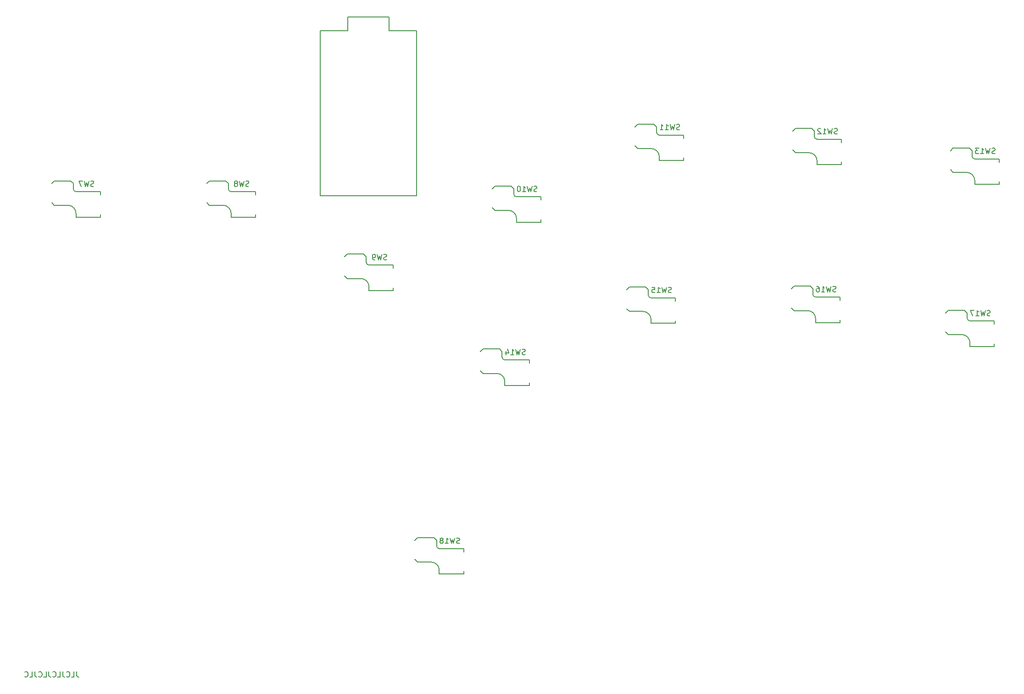
<source format=gbo>
G04 #@! TF.GenerationSoftware,KiCad,Pcbnew,(6.0.6)*
G04 #@! TF.CreationDate,2022-07-21T01:25:26+09:00*
G04 #@! TF.ProjectId,Flatbox-rev1_1-kicad,466c6174-626f-4782-9d72-6576315f312d,1.1*
G04 #@! TF.SameCoordinates,Original*
G04 #@! TF.FileFunction,Legend,Bot*
G04 #@! TF.FilePolarity,Positive*
%FSLAX46Y46*%
G04 Gerber Fmt 4.6, Leading zero omitted, Abs format (unit mm)*
G04 Created by KiCad (PCBNEW (6.0.6)) date 2022-07-21 01:25:26*
%MOMM*%
%LPD*%
G01*
G04 APERTURE LIST*
%ADD10C,0.150000*%
%ADD11C,3.200000*%
%ADD12C,1.600000*%
%ADD13R,1.600000X1.600000*%
%ADD14C,2.000000*%
%ADD15C,1.701800*%
%ADD16C,3.000000*%
%ADD17C,3.429000*%
%ADD18C,2.032000*%
%ADD19R,2.600000X2.600000*%
%ADD20C,1.524000*%
%ADD21C,1.800000*%
G04 APERTURE END LIST*
D10*
X54619047Y-151452380D02*
X54619047Y-152166666D01*
X54666666Y-152309523D01*
X54761904Y-152404761D01*
X54904761Y-152452380D01*
X55000000Y-152452380D01*
X53666666Y-152452380D02*
X54142857Y-152452380D01*
X54142857Y-151452380D01*
X52761904Y-152357142D02*
X52809523Y-152404761D01*
X52952380Y-152452380D01*
X53047619Y-152452380D01*
X53190476Y-152404761D01*
X53285714Y-152309523D01*
X53333333Y-152214285D01*
X53380952Y-152023809D01*
X53380952Y-151880952D01*
X53333333Y-151690476D01*
X53285714Y-151595238D01*
X53190476Y-151500000D01*
X53047619Y-151452380D01*
X52952380Y-151452380D01*
X52809523Y-151500000D01*
X52761904Y-151547619D01*
X52047619Y-151452380D02*
X52047619Y-152166666D01*
X52095238Y-152309523D01*
X52190476Y-152404761D01*
X52333333Y-152452380D01*
X52428571Y-152452380D01*
X51095238Y-152452380D02*
X51571428Y-152452380D01*
X51571428Y-151452380D01*
X50190476Y-152357142D02*
X50238095Y-152404761D01*
X50380952Y-152452380D01*
X50476190Y-152452380D01*
X50619047Y-152404761D01*
X50714285Y-152309523D01*
X50761904Y-152214285D01*
X50809523Y-152023809D01*
X50809523Y-151880952D01*
X50761904Y-151690476D01*
X50714285Y-151595238D01*
X50619047Y-151500000D01*
X50476190Y-151452380D01*
X50380952Y-151452380D01*
X50238095Y-151500000D01*
X50190476Y-151547619D01*
X49476190Y-151452380D02*
X49476190Y-152166666D01*
X49523809Y-152309523D01*
X49619047Y-152404761D01*
X49761904Y-152452380D01*
X49857142Y-152452380D01*
X48523809Y-152452380D02*
X49000000Y-152452380D01*
X49000000Y-151452380D01*
X47619047Y-152357142D02*
X47666666Y-152404761D01*
X47809523Y-152452380D01*
X47904761Y-152452380D01*
X48047619Y-152404761D01*
X48142857Y-152309523D01*
X48190476Y-152214285D01*
X48238095Y-152023809D01*
X48238095Y-151880952D01*
X48190476Y-151690476D01*
X48142857Y-151595238D01*
X48047619Y-151500000D01*
X47904761Y-151452380D01*
X47809523Y-151452380D01*
X47666666Y-151500000D01*
X47619047Y-151547619D01*
X46904761Y-151452380D02*
X46904761Y-152166666D01*
X46952380Y-152309523D01*
X47047619Y-152404761D01*
X47190476Y-152452380D01*
X47285714Y-152452380D01*
X45952380Y-152452380D02*
X46428571Y-152452380D01*
X46428571Y-151452380D01*
X45047619Y-152357142D02*
X45095238Y-152404761D01*
X45238095Y-152452380D01*
X45333333Y-152452380D01*
X45476190Y-152404761D01*
X45571428Y-152309523D01*
X45619047Y-152214285D01*
X45666666Y-152023809D01*
X45666666Y-151880952D01*
X45619047Y-151690476D01*
X45571428Y-151595238D01*
X45476190Y-151500000D01*
X45333333Y-151452380D01*
X45238095Y-151452380D01*
X45095238Y-151500000D01*
X45047619Y-151547619D01*
X165904523Y-51324761D02*
X165761666Y-51372380D01*
X165523571Y-51372380D01*
X165428333Y-51324761D01*
X165380714Y-51277142D01*
X165333095Y-51181904D01*
X165333095Y-51086666D01*
X165380714Y-50991428D01*
X165428333Y-50943809D01*
X165523571Y-50896190D01*
X165714047Y-50848571D01*
X165809285Y-50800952D01*
X165856904Y-50753333D01*
X165904523Y-50658095D01*
X165904523Y-50562857D01*
X165856904Y-50467619D01*
X165809285Y-50420000D01*
X165714047Y-50372380D01*
X165475952Y-50372380D01*
X165333095Y-50420000D01*
X164999761Y-50372380D02*
X164761666Y-51372380D01*
X164571190Y-50658095D01*
X164380714Y-51372380D01*
X164142619Y-50372380D01*
X163237857Y-51372380D02*
X163809285Y-51372380D01*
X163523571Y-51372380D02*
X163523571Y-50372380D01*
X163618809Y-50515238D01*
X163714047Y-50610476D01*
X163809285Y-50658095D01*
X162285476Y-51372380D02*
X162856904Y-51372380D01*
X162571190Y-51372380D02*
X162571190Y-50372380D01*
X162666428Y-50515238D01*
X162761666Y-50610476D01*
X162856904Y-50658095D01*
X125294523Y-127704761D02*
X125151666Y-127752380D01*
X124913571Y-127752380D01*
X124818333Y-127704761D01*
X124770714Y-127657142D01*
X124723095Y-127561904D01*
X124723095Y-127466666D01*
X124770714Y-127371428D01*
X124818333Y-127323809D01*
X124913571Y-127276190D01*
X125104047Y-127228571D01*
X125199285Y-127180952D01*
X125246904Y-127133333D01*
X125294523Y-127038095D01*
X125294523Y-126942857D01*
X125246904Y-126847619D01*
X125199285Y-126800000D01*
X125104047Y-126752380D01*
X124865952Y-126752380D01*
X124723095Y-126800000D01*
X124389761Y-126752380D02*
X124151666Y-127752380D01*
X123961190Y-127038095D01*
X123770714Y-127752380D01*
X123532619Y-126752380D01*
X122627857Y-127752380D02*
X123199285Y-127752380D01*
X122913571Y-127752380D02*
X122913571Y-126752380D01*
X123008809Y-126895238D01*
X123104047Y-126990476D01*
X123199285Y-127038095D01*
X122056428Y-127180952D02*
X122151666Y-127133333D01*
X122199285Y-127085714D01*
X122246904Y-126990476D01*
X122246904Y-126942857D01*
X122199285Y-126847619D01*
X122151666Y-126800000D01*
X122056428Y-126752380D01*
X121865952Y-126752380D01*
X121770714Y-126800000D01*
X121723095Y-126847619D01*
X121675476Y-126942857D01*
X121675476Y-126990476D01*
X121723095Y-127085714D01*
X121770714Y-127133333D01*
X121865952Y-127180952D01*
X122056428Y-127180952D01*
X122151666Y-127228571D01*
X122199285Y-127276190D01*
X122246904Y-127371428D01*
X122246904Y-127561904D01*
X122199285Y-127657142D01*
X122151666Y-127704761D01*
X122056428Y-127752380D01*
X121865952Y-127752380D01*
X121770714Y-127704761D01*
X121723095Y-127657142D01*
X121675476Y-127561904D01*
X121675476Y-127371428D01*
X121723095Y-127276190D01*
X121770714Y-127228571D01*
X121865952Y-127180952D01*
X224114523Y-55724761D02*
X223971666Y-55772380D01*
X223733571Y-55772380D01*
X223638333Y-55724761D01*
X223590714Y-55677142D01*
X223543095Y-55581904D01*
X223543095Y-55486666D01*
X223590714Y-55391428D01*
X223638333Y-55343809D01*
X223733571Y-55296190D01*
X223924047Y-55248571D01*
X224019285Y-55200952D01*
X224066904Y-55153333D01*
X224114523Y-55058095D01*
X224114523Y-54962857D01*
X224066904Y-54867619D01*
X224019285Y-54820000D01*
X223924047Y-54772380D01*
X223685952Y-54772380D01*
X223543095Y-54820000D01*
X223209761Y-54772380D02*
X222971666Y-55772380D01*
X222781190Y-55058095D01*
X222590714Y-55772380D01*
X222352619Y-54772380D01*
X221447857Y-55772380D02*
X222019285Y-55772380D01*
X221733571Y-55772380D02*
X221733571Y-54772380D01*
X221828809Y-54915238D01*
X221924047Y-55010476D01*
X222019285Y-55058095D01*
X221114523Y-54772380D02*
X220495476Y-54772380D01*
X220828809Y-55153333D01*
X220685952Y-55153333D01*
X220590714Y-55200952D01*
X220543095Y-55248571D01*
X220495476Y-55343809D01*
X220495476Y-55581904D01*
X220543095Y-55677142D01*
X220590714Y-55724761D01*
X220685952Y-55772380D01*
X220971666Y-55772380D01*
X221066904Y-55724761D01*
X221114523Y-55677142D01*
X137394523Y-92844761D02*
X137251666Y-92892380D01*
X137013571Y-92892380D01*
X136918333Y-92844761D01*
X136870714Y-92797142D01*
X136823095Y-92701904D01*
X136823095Y-92606666D01*
X136870714Y-92511428D01*
X136918333Y-92463809D01*
X137013571Y-92416190D01*
X137204047Y-92368571D01*
X137299285Y-92320952D01*
X137346904Y-92273333D01*
X137394523Y-92178095D01*
X137394523Y-92082857D01*
X137346904Y-91987619D01*
X137299285Y-91940000D01*
X137204047Y-91892380D01*
X136965952Y-91892380D01*
X136823095Y-91940000D01*
X136489761Y-91892380D02*
X136251666Y-92892380D01*
X136061190Y-92178095D01*
X135870714Y-92892380D01*
X135632619Y-91892380D01*
X134727857Y-92892380D02*
X135299285Y-92892380D01*
X135013571Y-92892380D02*
X135013571Y-91892380D01*
X135108809Y-92035238D01*
X135204047Y-92130476D01*
X135299285Y-92178095D01*
X133870714Y-92225714D02*
X133870714Y-92892380D01*
X134108809Y-91844761D02*
X134346904Y-92559047D01*
X133727857Y-92559047D01*
X57778333Y-61784761D02*
X57635476Y-61832380D01*
X57397380Y-61832380D01*
X57302142Y-61784761D01*
X57254523Y-61737142D01*
X57206904Y-61641904D01*
X57206904Y-61546666D01*
X57254523Y-61451428D01*
X57302142Y-61403809D01*
X57397380Y-61356190D01*
X57587857Y-61308571D01*
X57683095Y-61260952D01*
X57730714Y-61213333D01*
X57778333Y-61118095D01*
X57778333Y-61022857D01*
X57730714Y-60927619D01*
X57683095Y-60880000D01*
X57587857Y-60832380D01*
X57349761Y-60832380D01*
X57206904Y-60880000D01*
X56873571Y-60832380D02*
X56635476Y-61832380D01*
X56445000Y-61118095D01*
X56254523Y-61832380D01*
X56016428Y-60832380D01*
X55730714Y-60832380D02*
X55064047Y-60832380D01*
X55492619Y-61832380D01*
X111848333Y-75324761D02*
X111705476Y-75372380D01*
X111467380Y-75372380D01*
X111372142Y-75324761D01*
X111324523Y-75277142D01*
X111276904Y-75181904D01*
X111276904Y-75086666D01*
X111324523Y-74991428D01*
X111372142Y-74943809D01*
X111467380Y-74896190D01*
X111657857Y-74848571D01*
X111753095Y-74800952D01*
X111800714Y-74753333D01*
X111848333Y-74658095D01*
X111848333Y-74562857D01*
X111800714Y-74467619D01*
X111753095Y-74420000D01*
X111657857Y-74372380D01*
X111419761Y-74372380D01*
X111276904Y-74420000D01*
X110943571Y-74372380D02*
X110705476Y-75372380D01*
X110515000Y-74658095D01*
X110324523Y-75372380D01*
X110086428Y-74372380D01*
X109657857Y-75372380D02*
X109467380Y-75372380D01*
X109372142Y-75324761D01*
X109324523Y-75277142D01*
X109229285Y-75134285D01*
X109181666Y-74943809D01*
X109181666Y-74562857D01*
X109229285Y-74467619D01*
X109276904Y-74420000D01*
X109372142Y-74372380D01*
X109562619Y-74372380D01*
X109657857Y-74420000D01*
X109705476Y-74467619D01*
X109753095Y-74562857D01*
X109753095Y-74800952D01*
X109705476Y-74896190D01*
X109657857Y-74943809D01*
X109562619Y-74991428D01*
X109372142Y-74991428D01*
X109276904Y-74943809D01*
X109229285Y-74896190D01*
X109181666Y-74800952D01*
X194744523Y-81244761D02*
X194601666Y-81292380D01*
X194363571Y-81292380D01*
X194268333Y-81244761D01*
X194220714Y-81197142D01*
X194173095Y-81101904D01*
X194173095Y-81006666D01*
X194220714Y-80911428D01*
X194268333Y-80863809D01*
X194363571Y-80816190D01*
X194554047Y-80768571D01*
X194649285Y-80720952D01*
X194696904Y-80673333D01*
X194744523Y-80578095D01*
X194744523Y-80482857D01*
X194696904Y-80387619D01*
X194649285Y-80340000D01*
X194554047Y-80292380D01*
X194315952Y-80292380D01*
X194173095Y-80340000D01*
X193839761Y-80292380D02*
X193601666Y-81292380D01*
X193411190Y-80578095D01*
X193220714Y-81292380D01*
X192982619Y-80292380D01*
X192077857Y-81292380D02*
X192649285Y-81292380D01*
X192363571Y-81292380D02*
X192363571Y-80292380D01*
X192458809Y-80435238D01*
X192554047Y-80530476D01*
X192649285Y-80578095D01*
X191220714Y-80292380D02*
X191411190Y-80292380D01*
X191506428Y-80340000D01*
X191554047Y-80387619D01*
X191649285Y-80530476D01*
X191696904Y-80720952D01*
X191696904Y-81101904D01*
X191649285Y-81197142D01*
X191601666Y-81244761D01*
X191506428Y-81292380D01*
X191315952Y-81292380D01*
X191220714Y-81244761D01*
X191173095Y-81197142D01*
X191125476Y-81101904D01*
X191125476Y-80863809D01*
X191173095Y-80768571D01*
X191220714Y-80720952D01*
X191315952Y-80673333D01*
X191506428Y-80673333D01*
X191601666Y-80720952D01*
X191649285Y-80768571D01*
X191696904Y-80863809D01*
X86398333Y-61784761D02*
X86255476Y-61832380D01*
X86017380Y-61832380D01*
X85922142Y-61784761D01*
X85874523Y-61737142D01*
X85826904Y-61641904D01*
X85826904Y-61546666D01*
X85874523Y-61451428D01*
X85922142Y-61403809D01*
X86017380Y-61356190D01*
X86207857Y-61308571D01*
X86303095Y-61260952D01*
X86350714Y-61213333D01*
X86398333Y-61118095D01*
X86398333Y-61022857D01*
X86350714Y-60927619D01*
X86303095Y-60880000D01*
X86207857Y-60832380D01*
X85969761Y-60832380D01*
X85826904Y-60880000D01*
X85493571Y-60832380D02*
X85255476Y-61832380D01*
X85065000Y-61118095D01*
X84874523Y-61832380D01*
X84636428Y-60832380D01*
X84112619Y-61260952D02*
X84207857Y-61213333D01*
X84255476Y-61165714D01*
X84303095Y-61070476D01*
X84303095Y-61022857D01*
X84255476Y-60927619D01*
X84207857Y-60880000D01*
X84112619Y-60832380D01*
X83922142Y-60832380D01*
X83826904Y-60880000D01*
X83779285Y-60927619D01*
X83731666Y-61022857D01*
X83731666Y-61070476D01*
X83779285Y-61165714D01*
X83826904Y-61213333D01*
X83922142Y-61260952D01*
X84112619Y-61260952D01*
X84207857Y-61308571D01*
X84255476Y-61356190D01*
X84303095Y-61451428D01*
X84303095Y-61641904D01*
X84255476Y-61737142D01*
X84207857Y-61784761D01*
X84112619Y-61832380D01*
X83922142Y-61832380D01*
X83826904Y-61784761D01*
X83779285Y-61737142D01*
X83731666Y-61641904D01*
X83731666Y-61451428D01*
X83779285Y-61356190D01*
X83826904Y-61308571D01*
X83922142Y-61260952D01*
X223224523Y-85674761D02*
X223081666Y-85722380D01*
X222843571Y-85722380D01*
X222748333Y-85674761D01*
X222700714Y-85627142D01*
X222653095Y-85531904D01*
X222653095Y-85436666D01*
X222700714Y-85341428D01*
X222748333Y-85293809D01*
X222843571Y-85246190D01*
X223034047Y-85198571D01*
X223129285Y-85150952D01*
X223176904Y-85103333D01*
X223224523Y-85008095D01*
X223224523Y-84912857D01*
X223176904Y-84817619D01*
X223129285Y-84770000D01*
X223034047Y-84722380D01*
X222795952Y-84722380D01*
X222653095Y-84770000D01*
X222319761Y-84722380D02*
X222081666Y-85722380D01*
X221891190Y-85008095D01*
X221700714Y-85722380D01*
X221462619Y-84722380D01*
X220557857Y-85722380D02*
X221129285Y-85722380D01*
X220843571Y-85722380D02*
X220843571Y-84722380D01*
X220938809Y-84865238D01*
X221034047Y-84960476D01*
X221129285Y-85008095D01*
X220224523Y-84722380D02*
X219557857Y-84722380D01*
X219986428Y-85722380D01*
X164374523Y-81404761D02*
X164231666Y-81452380D01*
X163993571Y-81452380D01*
X163898333Y-81404761D01*
X163850714Y-81357142D01*
X163803095Y-81261904D01*
X163803095Y-81166666D01*
X163850714Y-81071428D01*
X163898333Y-81023809D01*
X163993571Y-80976190D01*
X164184047Y-80928571D01*
X164279285Y-80880952D01*
X164326904Y-80833333D01*
X164374523Y-80738095D01*
X164374523Y-80642857D01*
X164326904Y-80547619D01*
X164279285Y-80500000D01*
X164184047Y-80452380D01*
X163945952Y-80452380D01*
X163803095Y-80500000D01*
X163469761Y-80452380D02*
X163231666Y-81452380D01*
X163041190Y-80738095D01*
X162850714Y-81452380D01*
X162612619Y-80452380D01*
X161707857Y-81452380D02*
X162279285Y-81452380D01*
X161993571Y-81452380D02*
X161993571Y-80452380D01*
X162088809Y-80595238D01*
X162184047Y-80690476D01*
X162279285Y-80738095D01*
X160803095Y-80452380D02*
X161279285Y-80452380D01*
X161326904Y-80928571D01*
X161279285Y-80880952D01*
X161184047Y-80833333D01*
X160945952Y-80833333D01*
X160850714Y-80880952D01*
X160803095Y-80928571D01*
X160755476Y-81023809D01*
X160755476Y-81261904D01*
X160803095Y-81357142D01*
X160850714Y-81404761D01*
X160945952Y-81452380D01*
X161184047Y-81452380D01*
X161279285Y-81404761D01*
X161326904Y-81357142D01*
X139554523Y-62734761D02*
X139411666Y-62782380D01*
X139173571Y-62782380D01*
X139078333Y-62734761D01*
X139030714Y-62687142D01*
X138983095Y-62591904D01*
X138983095Y-62496666D01*
X139030714Y-62401428D01*
X139078333Y-62353809D01*
X139173571Y-62306190D01*
X139364047Y-62258571D01*
X139459285Y-62210952D01*
X139506904Y-62163333D01*
X139554523Y-62068095D01*
X139554523Y-61972857D01*
X139506904Y-61877619D01*
X139459285Y-61830000D01*
X139364047Y-61782380D01*
X139125952Y-61782380D01*
X138983095Y-61830000D01*
X138649761Y-61782380D02*
X138411666Y-62782380D01*
X138221190Y-62068095D01*
X138030714Y-62782380D01*
X137792619Y-61782380D01*
X136887857Y-62782380D02*
X137459285Y-62782380D01*
X137173571Y-62782380D02*
X137173571Y-61782380D01*
X137268809Y-61925238D01*
X137364047Y-62020476D01*
X137459285Y-62068095D01*
X136268809Y-61782380D02*
X136173571Y-61782380D01*
X136078333Y-61830000D01*
X136030714Y-61877619D01*
X135983095Y-61972857D01*
X135935476Y-62163333D01*
X135935476Y-62401428D01*
X135983095Y-62591904D01*
X136030714Y-62687142D01*
X136078333Y-62734761D01*
X136173571Y-62782380D01*
X136268809Y-62782380D01*
X136364047Y-62734761D01*
X136411666Y-62687142D01*
X136459285Y-62591904D01*
X136506904Y-62401428D01*
X136506904Y-62163333D01*
X136459285Y-61972857D01*
X136411666Y-61877619D01*
X136364047Y-61830000D01*
X136268809Y-61782380D01*
X195004523Y-52084761D02*
X194861666Y-52132380D01*
X194623571Y-52132380D01*
X194528333Y-52084761D01*
X194480714Y-52037142D01*
X194433095Y-51941904D01*
X194433095Y-51846666D01*
X194480714Y-51751428D01*
X194528333Y-51703809D01*
X194623571Y-51656190D01*
X194814047Y-51608571D01*
X194909285Y-51560952D01*
X194956904Y-51513333D01*
X195004523Y-51418095D01*
X195004523Y-51322857D01*
X194956904Y-51227619D01*
X194909285Y-51180000D01*
X194814047Y-51132380D01*
X194575952Y-51132380D01*
X194433095Y-51180000D01*
X194099761Y-51132380D02*
X193861666Y-52132380D01*
X193671190Y-51418095D01*
X193480714Y-52132380D01*
X193242619Y-51132380D01*
X192337857Y-52132380D02*
X192909285Y-52132380D01*
X192623571Y-52132380D02*
X192623571Y-51132380D01*
X192718809Y-51275238D01*
X192814047Y-51370476D01*
X192909285Y-51418095D01*
X191956904Y-51227619D02*
X191909285Y-51180000D01*
X191814047Y-51132380D01*
X191575952Y-51132380D01*
X191480714Y-51180000D01*
X191433095Y-51227619D01*
X191385476Y-51322857D01*
X191385476Y-51418095D01*
X191433095Y-51560952D01*
X192004523Y-52132380D01*
X191385476Y-52132380D01*
X112310000Y-33030000D02*
X117390000Y-33030000D01*
X112310000Y-30490000D02*
X112310000Y-33030000D01*
X99610000Y-33030000D02*
X104690000Y-33030000D01*
X117390000Y-63510000D02*
X99610000Y-63510000D01*
X104690000Y-33030000D02*
X104690000Y-30490000D01*
X104690000Y-30490000D02*
X112310000Y-30490000D01*
X117390000Y-33030000D02*
X117390000Y-63510000D01*
X99610000Y-63510000D02*
X99610000Y-33030000D01*
X157650000Y-50840000D02*
X158150000Y-50340000D01*
X166650000Y-52340000D02*
X162150000Y-52340000D01*
X166650000Y-52940000D02*
X166650000Y-52340000D01*
X157650000Y-54340000D02*
X158150000Y-54840000D01*
X161150000Y-50340000D02*
X161650000Y-50840000D01*
X162150000Y-57040000D02*
X166650000Y-57040000D01*
X166650000Y-57040000D02*
X166650000Y-56540000D01*
X158150000Y-50340000D02*
X161150000Y-50340000D01*
X161650000Y-51840000D02*
X161650000Y-50840000D01*
X158150000Y-54840000D02*
X160650000Y-54840000D01*
X162150000Y-56340000D02*
X162150000Y-57040000D01*
X161650000Y-51840000D02*
G75*
G03*
X162150000Y-52340000I500000J0D01*
G01*
X162150000Y-56340000D02*
G75*
G03*
X160650000Y-54840000I-1500000J0D01*
G01*
X121040000Y-128220000D02*
X121040000Y-127220000D01*
X117040000Y-130720000D02*
X117540000Y-131220000D01*
X121540000Y-133420000D02*
X126040000Y-133420000D01*
X117040000Y-127220000D02*
X117540000Y-126720000D01*
X126040000Y-128720000D02*
X121540000Y-128720000D01*
X117540000Y-131220000D02*
X120040000Y-131220000D01*
X120540000Y-126720000D02*
X121040000Y-127220000D01*
X126040000Y-133420000D02*
X126040000Y-132920000D01*
X121540000Y-132720000D02*
X121540000Y-133420000D01*
X126040000Y-129320000D02*
X126040000Y-128720000D01*
X117540000Y-126720000D02*
X120540000Y-126720000D01*
X121040000Y-128220000D02*
G75*
G03*
X121540000Y-128720000I500000J0D01*
G01*
X121540000Y-132720000D02*
G75*
G03*
X120040000Y-131220000I-1500000J0D01*
G01*
X220360000Y-61440000D02*
X224860000Y-61440000D01*
X216360000Y-54740000D02*
X219360000Y-54740000D01*
X216360000Y-59240000D02*
X218860000Y-59240000D01*
X215860000Y-55240000D02*
X216360000Y-54740000D01*
X220360000Y-60740000D02*
X220360000Y-61440000D01*
X224860000Y-56740000D02*
X220360000Y-56740000D01*
X219860000Y-56240000D02*
X219860000Y-55240000D01*
X215860000Y-58740000D02*
X216360000Y-59240000D01*
X219360000Y-54740000D02*
X219860000Y-55240000D01*
X224860000Y-57340000D02*
X224860000Y-56740000D01*
X224860000Y-61440000D02*
X224860000Y-60940000D01*
X219860000Y-56240000D02*
G75*
G03*
X220360000Y-56740000I500000J0D01*
G01*
X220360000Y-60740000D02*
G75*
G03*
X218860000Y-59240000I-1500000J0D01*
G01*
X133640000Y-98560000D02*
X138140000Y-98560000D01*
X132640000Y-91860000D02*
X133140000Y-92360000D01*
X133640000Y-97860000D02*
X133640000Y-98560000D01*
X138140000Y-98560000D02*
X138140000Y-98060000D01*
X129640000Y-91860000D02*
X132640000Y-91860000D01*
X129140000Y-95860000D02*
X129640000Y-96360000D01*
X129640000Y-96360000D02*
X132140000Y-96360000D01*
X138140000Y-93860000D02*
X133640000Y-93860000D01*
X129140000Y-92360000D02*
X129640000Y-91860000D01*
X133140000Y-93360000D02*
X133140000Y-92360000D01*
X138140000Y-94460000D02*
X138140000Y-93860000D01*
X133640000Y-97860000D02*
G75*
G03*
X132140000Y-96360000I-1500000J0D01*
G01*
X133140000Y-93360000D02*
G75*
G03*
X133640000Y-93860000I500000J0D01*
G01*
X54500000Y-66800000D02*
X54500000Y-67500000D01*
X59000000Y-67500000D02*
X59000000Y-67000000D01*
X54000000Y-62300000D02*
X54000000Y-61300000D01*
X59000000Y-62800000D02*
X54500000Y-62800000D01*
X50500000Y-65300000D02*
X53000000Y-65300000D01*
X50000000Y-64800000D02*
X50500000Y-65300000D01*
X54500000Y-67500000D02*
X59000000Y-67500000D01*
X59000000Y-63400000D02*
X59000000Y-62800000D01*
X53500000Y-60800000D02*
X54000000Y-61300000D01*
X50500000Y-60800000D02*
X53500000Y-60800000D01*
X50000000Y-61300000D02*
X50500000Y-60800000D01*
X54500000Y-66800000D02*
G75*
G03*
X53000000Y-65300000I-1500000J0D01*
G01*
X54000000Y-62300000D02*
G75*
G03*
X54500000Y-62800000I500000J0D01*
G01*
X104570000Y-78840000D02*
X107070000Y-78840000D01*
X113070000Y-76940000D02*
X113070000Y-76340000D01*
X107570000Y-74340000D02*
X108070000Y-74840000D01*
X104070000Y-78340000D02*
X104570000Y-78840000D01*
X104070000Y-74840000D02*
X104570000Y-74340000D01*
X108070000Y-75840000D02*
X108070000Y-74840000D01*
X108570000Y-80340000D02*
X108570000Y-81040000D01*
X108570000Y-81040000D02*
X113070000Y-81040000D01*
X113070000Y-76340000D02*
X108570000Y-76340000D01*
X113070000Y-81040000D02*
X113070000Y-80540000D01*
X104570000Y-74340000D02*
X107570000Y-74340000D01*
X108070000Y-75840000D02*
G75*
G03*
X108570000Y-76340000I500000J0D01*
G01*
X108570000Y-80340000D02*
G75*
G03*
X107070000Y-78840000I-1500000J0D01*
G01*
X195490000Y-86960000D02*
X195490000Y-86460000D01*
X186990000Y-84760000D02*
X189490000Y-84760000D01*
X186490000Y-84260000D02*
X186990000Y-84760000D01*
X195490000Y-82260000D02*
X190990000Y-82260000D01*
X189990000Y-80260000D02*
X190490000Y-80760000D01*
X186990000Y-80260000D02*
X189990000Y-80260000D01*
X190990000Y-86960000D02*
X195490000Y-86960000D01*
X190990000Y-86260000D02*
X190990000Y-86960000D01*
X186490000Y-80760000D02*
X186990000Y-80260000D01*
X195490000Y-82860000D02*
X195490000Y-82260000D01*
X190490000Y-81760000D02*
X190490000Y-80760000D01*
X190990000Y-86260000D02*
G75*
G03*
X189490000Y-84760000I-1500000J0D01*
G01*
X190490000Y-81760000D02*
G75*
G03*
X190990000Y-82260000I500000J0D01*
G01*
X78620000Y-61300000D02*
X79120000Y-60800000D01*
X87620000Y-67500000D02*
X87620000Y-67000000D01*
X87620000Y-63400000D02*
X87620000Y-62800000D01*
X82620000Y-62300000D02*
X82620000Y-61300000D01*
X83120000Y-66800000D02*
X83120000Y-67500000D01*
X82120000Y-60800000D02*
X82620000Y-61300000D01*
X83120000Y-67500000D02*
X87620000Y-67500000D01*
X87620000Y-62800000D02*
X83120000Y-62800000D01*
X78620000Y-64800000D02*
X79120000Y-65300000D01*
X79120000Y-60800000D02*
X82120000Y-60800000D01*
X79120000Y-65300000D02*
X81620000Y-65300000D01*
X83120000Y-66800000D02*
G75*
G03*
X81620000Y-65300000I-1500000J0D01*
G01*
X82620000Y-62300000D02*
G75*
G03*
X83120000Y-62800000I500000J0D01*
G01*
X223970000Y-87290000D02*
X223970000Y-86690000D01*
X223970000Y-86690000D02*
X219470000Y-86690000D01*
X218470000Y-84690000D02*
X218970000Y-85190000D01*
X215470000Y-84690000D02*
X218470000Y-84690000D01*
X214970000Y-88690000D02*
X215470000Y-89190000D01*
X218970000Y-86190000D02*
X218970000Y-85190000D01*
X214970000Y-85190000D02*
X215470000Y-84690000D01*
X219470000Y-91390000D02*
X223970000Y-91390000D01*
X215470000Y-89190000D02*
X217970000Y-89190000D01*
X219470000Y-90690000D02*
X219470000Y-91390000D01*
X223970000Y-91390000D02*
X223970000Y-90890000D01*
X219470000Y-90690000D02*
G75*
G03*
X217970000Y-89190000I-1500000J0D01*
G01*
X218970000Y-86190000D02*
G75*
G03*
X219470000Y-86690000I500000J0D01*
G01*
X156620000Y-84920000D02*
X159120000Y-84920000D01*
X165120000Y-87120000D02*
X165120000Y-86620000D01*
X165120000Y-82420000D02*
X160620000Y-82420000D01*
X156120000Y-84420000D02*
X156620000Y-84920000D01*
X160620000Y-87120000D02*
X165120000Y-87120000D01*
X160620000Y-86420000D02*
X160620000Y-87120000D01*
X159620000Y-80420000D02*
X160120000Y-80920000D01*
X160120000Y-81920000D02*
X160120000Y-80920000D01*
X165120000Y-83020000D02*
X165120000Y-82420000D01*
X156120000Y-80920000D02*
X156620000Y-80420000D01*
X156620000Y-80420000D02*
X159620000Y-80420000D01*
X160620000Y-86420000D02*
G75*
G03*
X159120000Y-84920000I-1500000J0D01*
G01*
X160120000Y-81920000D02*
G75*
G03*
X160620000Y-82420000I500000J0D01*
G01*
X131300000Y-65750000D02*
X131800000Y-66250000D01*
X134800000Y-61750000D02*
X135300000Y-62250000D01*
X135300000Y-63250000D02*
X135300000Y-62250000D01*
X140300000Y-68450000D02*
X140300000Y-67950000D01*
X140300000Y-64350000D02*
X140300000Y-63750000D01*
X131300000Y-62250000D02*
X131800000Y-61750000D01*
X135800000Y-67750000D02*
X135800000Y-68450000D01*
X131800000Y-61750000D02*
X134800000Y-61750000D01*
X131800000Y-66250000D02*
X134300000Y-66250000D01*
X140300000Y-63750000D02*
X135800000Y-63750000D01*
X135800000Y-68450000D02*
X140300000Y-68450000D01*
X135300000Y-63250000D02*
G75*
G03*
X135800000Y-63750000I500000J0D01*
G01*
X135800000Y-67750000D02*
G75*
G03*
X134300000Y-66250000I-1500000J0D01*
G01*
X186750000Y-55100000D02*
X187250000Y-55600000D01*
X195750000Y-57800000D02*
X195750000Y-57300000D01*
X190750000Y-52600000D02*
X190750000Y-51600000D01*
X191250000Y-57800000D02*
X195750000Y-57800000D01*
X190250000Y-51100000D02*
X190750000Y-51600000D01*
X195750000Y-53100000D02*
X191250000Y-53100000D01*
X195750000Y-53700000D02*
X195750000Y-53100000D01*
X187250000Y-55600000D02*
X189750000Y-55600000D01*
X186750000Y-51600000D02*
X187250000Y-51100000D01*
X187250000Y-51100000D02*
X190250000Y-51100000D01*
X191250000Y-57100000D02*
X191250000Y-57800000D01*
X190750000Y-52600000D02*
G75*
G03*
X191250000Y-53100000I500000J0D01*
G01*
X191250000Y-57100000D02*
G75*
G03*
X189750000Y-55600000I-1500000J0D01*
G01*
%LPC*%
D11*
X135000000Y-37550000D03*
D12*
X116120000Y-34300000D03*
X116120000Y-36840000D03*
X116120000Y-39380000D03*
X116120000Y-41920000D03*
X116120000Y-44460000D03*
X116120000Y-47000000D03*
X116120000Y-49540000D03*
X116120000Y-52080000D03*
X116120000Y-54620000D03*
X116120000Y-57160000D03*
X116120000Y-59700000D03*
X116120000Y-62240000D03*
X100880000Y-62240000D03*
X100880000Y-59700000D03*
X100880000Y-57160000D03*
X100880000Y-54620000D03*
X100880000Y-52080000D03*
X100880000Y-49540000D03*
X100880000Y-47000000D03*
X100880000Y-44460000D03*
X100880000Y-41920000D03*
X100880000Y-39380000D03*
X100880000Y-36840000D03*
D13*
X100880000Y-34300000D03*
D14*
X70000000Y-50500000D03*
X70000000Y-44000000D03*
X74500000Y-50500000D03*
X74500000Y-44000000D03*
D15*
X165150000Y-58540000D03*
D16*
X159650000Y-52590000D03*
X164650000Y-54790000D03*
D17*
X159650000Y-58540000D03*
D15*
X154150000Y-58540000D03*
D18*
X159650000Y-64440000D03*
D19*
X156375000Y-52590000D03*
D18*
X154650000Y-62340000D03*
D19*
X167925000Y-54790000D03*
D11*
X232450000Y-37550000D03*
D14*
X60000000Y-50500000D03*
X60000000Y-44000000D03*
X64500000Y-44000000D03*
X64500000Y-50500000D03*
D15*
X113540000Y-134920000D03*
X124540000Y-134920000D03*
D16*
X119040000Y-128970000D03*
D17*
X119040000Y-134920000D03*
D16*
X124040000Y-131170000D03*
D18*
X119040000Y-140820000D03*
D19*
X115765000Y-128970000D03*
X127315000Y-131170000D03*
D18*
X114040000Y-138720000D03*
D16*
X217860000Y-56990000D03*
D15*
X212360000Y-62940000D03*
D16*
X222860000Y-59190000D03*
D15*
X223360000Y-62940000D03*
D17*
X217860000Y-62940000D03*
D18*
X217860000Y-68840000D03*
D19*
X214585000Y-56990000D03*
X226135000Y-59190000D03*
D18*
X212860000Y-66740000D03*
D17*
X131140000Y-100060000D03*
D16*
X136140000Y-96310000D03*
X131140000Y-94110000D03*
D15*
X136640000Y-100060000D03*
X125640000Y-100060000D03*
D19*
X127865000Y-94110000D03*
D18*
X131140000Y-105960000D03*
D19*
X139415000Y-96310000D03*
D18*
X126140000Y-103860000D03*
D14*
X50000000Y-50500000D03*
X50000000Y-44000000D03*
X54500000Y-44000000D03*
X54500000Y-50500000D03*
D11*
X110140000Y-103580000D03*
X37550000Y-147450000D03*
D14*
X90000000Y-44000000D03*
X90000000Y-50500000D03*
X94500000Y-44000000D03*
X94500000Y-50500000D03*
D16*
X52000000Y-63050000D03*
D15*
X57500000Y-69000000D03*
D17*
X52000000Y-69000000D03*
D16*
X57000000Y-65250000D03*
D15*
X46500000Y-69000000D03*
D19*
X48725000Y-63050000D03*
D18*
X52000000Y-74900000D03*
X47000000Y-72800000D03*
D19*
X60275000Y-65250000D03*
D17*
X106070000Y-82540000D03*
D16*
X111070000Y-78790000D03*
D15*
X111570000Y-82540000D03*
X100570000Y-82540000D03*
D16*
X106070000Y-76590000D03*
D18*
X106070000Y-88440000D03*
D19*
X102795000Y-76590000D03*
X114345000Y-78790000D03*
D18*
X101070000Y-86340000D03*
D15*
X193990000Y-88460000D03*
X182990000Y-88460000D03*
D16*
X193490000Y-84710000D03*
X188490000Y-82510000D03*
D17*
X188490000Y-88460000D03*
D19*
X185215000Y-82510000D03*
D18*
X188490000Y-94360000D03*
X183490000Y-92260000D03*
D19*
X196765000Y-84710000D03*
D14*
X40000000Y-44000000D03*
X40000000Y-50500000D03*
X44500000Y-50500000D03*
X44500000Y-44000000D03*
D11*
X232450000Y-147450000D03*
D16*
X80620000Y-63050000D03*
D17*
X80620000Y-69000000D03*
D16*
X85620000Y-65250000D03*
D15*
X86120000Y-69000000D03*
X75120000Y-69000000D03*
D18*
X80620000Y-74900000D03*
D19*
X77345000Y-63050000D03*
D18*
X75620000Y-72800000D03*
D19*
X88895000Y-65250000D03*
D11*
X37550000Y-37550000D03*
D16*
X221970000Y-89140000D03*
D15*
X211470000Y-92890000D03*
D16*
X216970000Y-86940000D03*
D15*
X222470000Y-92890000D03*
D17*
X216970000Y-92890000D03*
D19*
X213695000Y-86940000D03*
D18*
X216970000Y-98790000D03*
X211970000Y-96690000D03*
D19*
X225245000Y-89140000D03*
D11*
X135000000Y-147450000D03*
D14*
X80000000Y-50500000D03*
X80000000Y-44000000D03*
X84500000Y-50500000D03*
X84500000Y-44000000D03*
D17*
X158120000Y-88620000D03*
D15*
X163620000Y-88620000D03*
D16*
X163120000Y-84870000D03*
D15*
X152620000Y-88620000D03*
D16*
X158120000Y-82670000D03*
D19*
X154845000Y-82670000D03*
D18*
X158120000Y-94520000D03*
X153120000Y-92420000D03*
D19*
X166395000Y-84870000D03*
D20*
X148250000Y-33750000D03*
X153250000Y-33750000D03*
D21*
X147150000Y-36150000D03*
X154350000Y-36150000D03*
D15*
X138800000Y-69950000D03*
X127800000Y-69950000D03*
D17*
X133300000Y-69950000D03*
D16*
X133300000Y-64000000D03*
X138300000Y-66200000D03*
D19*
X130025000Y-64000000D03*
D18*
X133300000Y-75850000D03*
X128300000Y-73750000D03*
D19*
X141575000Y-66200000D03*
D17*
X188750000Y-59300000D03*
D16*
X188750000Y-53350000D03*
X193750000Y-55550000D03*
D15*
X194250000Y-59300000D03*
X183250000Y-59300000D03*
D18*
X188750000Y-65200000D03*
D19*
X185475000Y-53350000D03*
X197025000Y-55550000D03*
D18*
X183750000Y-63100000D03*
M02*

</source>
